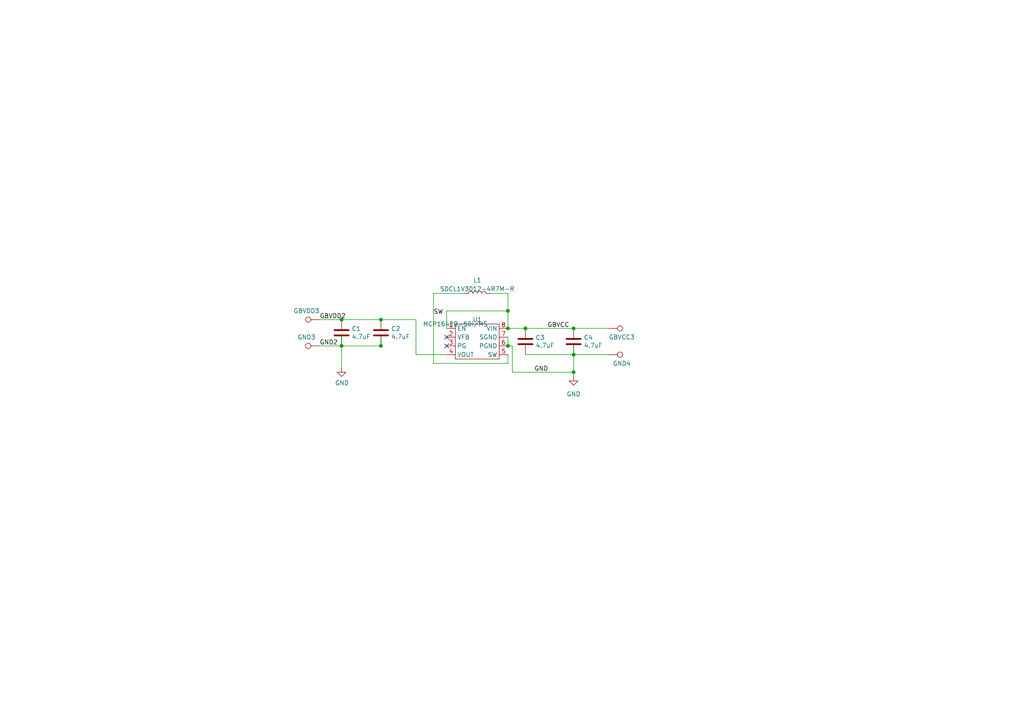
<source format=kicad_sch>
(kicad_sch
	(version 20231120)
	(generator "eeschema")
	(generator_version "8.0")
	(uuid "58101d6f-b627-42f5-ab2a-05bbd018c981")
	(paper "A4")
	(lib_symbols
		(symbol "Connector:TestPoint"
			(pin_numbers hide)
			(pin_names
				(offset 0.762) hide)
			(exclude_from_sim no)
			(in_bom yes)
			(on_board yes)
			(property "Reference" "TP"
				(at 0 6.858 0)
				(effects
					(font
						(size 1.27 1.27)
					)
				)
			)
			(property "Value" "TestPoint"
				(at 0 5.08 0)
				(effects
					(font
						(size 1.27 1.27)
					)
				)
			)
			(property "Footprint" ""
				(at 5.08 0 0)
				(effects
					(font
						(size 1.27 1.27)
					)
					(hide yes)
				)
			)
			(property "Datasheet" "~"
				(at 5.08 0 0)
				(effects
					(font
						(size 1.27 1.27)
					)
					(hide yes)
				)
			)
			(property "Description" "test point"
				(at 0 0 0)
				(effects
					(font
						(size 1.27 1.27)
					)
					(hide yes)
				)
			)
			(property "ki_keywords" "test point tp"
				(at 0 0 0)
				(effects
					(font
						(size 1.27 1.27)
					)
					(hide yes)
				)
			)
			(property "ki_fp_filters" "Pin* Test*"
				(at 0 0 0)
				(effects
					(font
						(size 1.27 1.27)
					)
					(hide yes)
				)
			)
			(symbol "TestPoint_0_1"
				(circle
					(center 0 3.302)
					(radius 0.762)
					(stroke
						(width 0)
						(type default)
					)
					(fill
						(type none)
					)
				)
			)
			(symbol "TestPoint_1_1"
				(pin passive line
					(at 0 0 90)
					(length 2.54)
					(name "1"
						(effects
							(font
								(size 1.27 1.27)
							)
						)
					)
					(number "1"
						(effects
							(font
								(size 1.27 1.27)
							)
						)
					)
				)
			)
		)
		(symbol "Device:C"
			(pin_numbers hide)
			(pin_names
				(offset 0.254)
			)
			(exclude_from_sim no)
			(in_bom yes)
			(on_board yes)
			(property "Reference" "C"
				(at 0.635 2.54 0)
				(effects
					(font
						(size 1.27 1.27)
					)
					(justify left)
				)
			)
			(property "Value" "C"
				(at 0.635 -2.54 0)
				(effects
					(font
						(size 1.27 1.27)
					)
					(justify left)
				)
			)
			(property "Footprint" ""
				(at 0.9652 -3.81 0)
				(effects
					(font
						(size 1.27 1.27)
					)
					(hide yes)
				)
			)
			(property "Datasheet" "~"
				(at 0 0 0)
				(effects
					(font
						(size 1.27 1.27)
					)
					(hide yes)
				)
			)
			(property "Description" "Unpolarized capacitor"
				(at 0 0 0)
				(effects
					(font
						(size 1.27 1.27)
					)
					(hide yes)
				)
			)
			(property "ki_keywords" "cap capacitor"
				(at 0 0 0)
				(effects
					(font
						(size 1.27 1.27)
					)
					(hide yes)
				)
			)
			(property "ki_fp_filters" "C_*"
				(at 0 0 0)
				(effects
					(font
						(size 1.27 1.27)
					)
					(hide yes)
				)
			)
			(symbol "C_0_1"
				(polyline
					(pts
						(xy -2.032 -0.762) (xy 2.032 -0.762)
					)
					(stroke
						(width 0.508)
						(type default)
					)
					(fill
						(type none)
					)
				)
				(polyline
					(pts
						(xy -2.032 0.762) (xy 2.032 0.762)
					)
					(stroke
						(width 0.508)
						(type default)
					)
					(fill
						(type none)
					)
				)
			)
			(symbol "C_1_1"
				(pin passive line
					(at 0 3.81 270)
					(length 2.794)
					(name "~"
						(effects
							(font
								(size 1.27 1.27)
							)
						)
					)
					(number "1"
						(effects
							(font
								(size 1.27 1.27)
							)
						)
					)
				)
				(pin passive line
					(at 0 -3.81 90)
					(length 2.794)
					(name "~"
						(effects
							(font
								(size 1.27 1.27)
							)
						)
					)
					(number "2"
						(effects
							(font
								(size 1.27 1.27)
							)
						)
					)
				)
			)
		)
		(symbol "Device:L"
			(pin_numbers hide)
			(pin_names
				(offset 1.016) hide)
			(exclude_from_sim no)
			(in_bom yes)
			(on_board yes)
			(property "Reference" "L"
				(at -1.27 0 90)
				(effects
					(font
						(size 1.27 1.27)
					)
				)
			)
			(property "Value" "L"
				(at 1.905 0 90)
				(effects
					(font
						(size 1.27 1.27)
					)
				)
			)
			(property "Footprint" ""
				(at 0 0 0)
				(effects
					(font
						(size 1.27 1.27)
					)
					(hide yes)
				)
			)
			(property "Datasheet" "~"
				(at 0 0 0)
				(effects
					(font
						(size 1.27 1.27)
					)
					(hide yes)
				)
			)
			(property "Description" "Inductor"
				(at 0 0 0)
				(effects
					(font
						(size 1.27 1.27)
					)
					(hide yes)
				)
			)
			(property "ki_keywords" "inductor choke coil reactor magnetic"
				(at 0 0 0)
				(effects
					(font
						(size 1.27 1.27)
					)
					(hide yes)
				)
			)
			(property "ki_fp_filters" "Choke_* *Coil* Inductor_* L_*"
				(at 0 0 0)
				(effects
					(font
						(size 1.27 1.27)
					)
					(hide yes)
				)
			)
			(symbol "L_0_1"
				(arc
					(start 0 -2.54)
					(mid 0.6323 -1.905)
					(end 0 -1.27)
					(stroke
						(width 0)
						(type default)
					)
					(fill
						(type none)
					)
				)
				(arc
					(start 0 -1.27)
					(mid 0.6323 -0.635)
					(end 0 0)
					(stroke
						(width 0)
						(type default)
					)
					(fill
						(type none)
					)
				)
				(arc
					(start 0 0)
					(mid 0.6323 0.635)
					(end 0 1.27)
					(stroke
						(width 0)
						(type default)
					)
					(fill
						(type none)
					)
				)
				(arc
					(start 0 1.27)
					(mid 0.6323 1.905)
					(end 0 2.54)
					(stroke
						(width 0)
						(type default)
					)
					(fill
						(type none)
					)
				)
			)
			(symbol "L_1_1"
				(pin passive line
					(at 0 3.81 270)
					(length 1.27)
					(name "1"
						(effects
							(font
								(size 1.27 1.27)
							)
						)
					)
					(number "1"
						(effects
							(font
								(size 1.27 1.27)
							)
						)
					)
				)
				(pin passive line
					(at 0 -3.81 90)
					(length 1.27)
					(name "2"
						(effects
							(font
								(size 1.27 1.27)
							)
						)
					)
					(number "2"
						(effects
							(font
								(size 1.27 1.27)
							)
						)
					)
				)
			)
		)
		(symbol "MCP1642:MCP1642"
			(exclude_from_sim no)
			(in_bom yes)
			(on_board yes)
			(property "Reference" "U"
				(at 5.08 2.54 0)
				(effects
					(font
						(size 1.27 1.27)
					)
				)
			)
			(property "Value" ""
				(at 0 0 0)
				(effects
					(font
						(size 1.27 1.27)
					)
				)
			)
			(property "Footprint" ""
				(at 0 0 0)
				(effects
					(font
						(size 1.27 1.27)
					)
					(hide yes)
				)
			)
			(property "Datasheet" ""
				(at 0 0 0)
				(effects
					(font
						(size 1.27 1.27)
					)
					(hide yes)
				)
			)
			(property "Description" ""
				(at 0 0 0)
				(effects
					(font
						(size 1.27 1.27)
					)
					(hide yes)
				)
			)
			(symbol "MCP1642_0_1"
				(rectangle
					(start 0 0)
					(end 12.7 -10.16)
					(stroke
						(width 0)
						(type default)
					)
					(fill
						(type none)
					)
				)
			)
			(symbol "MCP1642_1_1"
				(pin output line
					(at -2.54 -1.27 0)
					(length 2.54)
					(name "EN"
						(effects
							(font
								(size 1.27 1.27)
							)
						)
					)
					(number "1"
						(effects
							(font
								(size 1.27 1.27)
							)
						)
					)
				)
				(pin output line
					(at -2.54 -3.81 0)
					(length 2.54)
					(name "VFB"
						(effects
							(font
								(size 1.27 1.27)
							)
						)
					)
					(number "2"
						(effects
							(font
								(size 1.27 1.27)
							)
						)
					)
				)
				(pin output line
					(at -2.54 -6.35 0)
					(length 2.54)
					(name "PG"
						(effects
							(font
								(size 1.27 1.27)
							)
						)
					)
					(number "3"
						(effects
							(font
								(size 1.27 1.27)
							)
						)
					)
				)
				(pin output line
					(at -2.54 -8.89 0)
					(length 2.54)
					(name "VOUT"
						(effects
							(font
								(size 1.27 1.27)
							)
						)
					)
					(number "4"
						(effects
							(font
								(size 1.27 1.27)
							)
						)
					)
				)
				(pin output line
					(at 15.24 -8.89 180)
					(length 2.54)
					(name "SW"
						(effects
							(font
								(size 1.27 1.27)
							)
						)
					)
					(number "5"
						(effects
							(font
								(size 1.27 1.27)
							)
						)
					)
				)
				(pin output line
					(at 15.24 -6.35 180)
					(length 2.54)
					(name "PGND"
						(effects
							(font
								(size 1.27 1.27)
							)
						)
					)
					(number "6"
						(effects
							(font
								(size 1.27 1.27)
							)
						)
					)
				)
				(pin output line
					(at 15.24 -3.81 180)
					(length 2.54)
					(name "SGND"
						(effects
							(font
								(size 1.27 1.27)
							)
						)
					)
					(number "7"
						(effects
							(font
								(size 1.27 1.27)
							)
						)
					)
				)
				(pin input line
					(at 15.24 -1.27 180)
					(length 2.54)
					(name "VIN"
						(effects
							(font
								(size 1.27 1.27)
							)
						)
					)
					(number "8"
						(effects
							(font
								(size 1.27 1.27)
							)
						)
					)
				)
			)
		)
		(symbol "power:GND"
			(power)
			(pin_names
				(offset 0)
			)
			(exclude_from_sim no)
			(in_bom yes)
			(on_board yes)
			(property "Reference" "#PWR"
				(at 0 -6.35 0)
				(effects
					(font
						(size 1.27 1.27)
					)
					(hide yes)
				)
			)
			(property "Value" "GND"
				(at 0 -3.81 0)
				(effects
					(font
						(size 1.27 1.27)
					)
				)
			)
			(property "Footprint" ""
				(at 0 0 0)
				(effects
					(font
						(size 1.27 1.27)
					)
					(hide yes)
				)
			)
			(property "Datasheet" ""
				(at 0 0 0)
				(effects
					(font
						(size 1.27 1.27)
					)
					(hide yes)
				)
			)
			(property "Description" "Power symbol creates a global label with name \"GND\" , ground"
				(at 0 0 0)
				(effects
					(font
						(size 1.27 1.27)
					)
					(hide yes)
				)
			)
			(property "ki_keywords" "global power"
				(at 0 0 0)
				(effects
					(font
						(size 1.27 1.27)
					)
					(hide yes)
				)
			)
			(symbol "GND_0_1"
				(polyline
					(pts
						(xy 0 0) (xy 0 -1.27) (xy 1.27 -1.27) (xy 0 -2.54) (xy -1.27 -1.27) (xy 0 -1.27)
					)
					(stroke
						(width 0)
						(type default)
					)
					(fill
						(type none)
					)
				)
			)
			(symbol "GND_1_1"
				(pin power_in line
					(at 0 0 270)
					(length 0) hide
					(name "GND"
						(effects
							(font
								(size 1.27 1.27)
							)
						)
					)
					(number "1"
						(effects
							(font
								(size 1.27 1.27)
							)
						)
					)
				)
			)
		)
	)
	(junction
		(at 99.06 92.71)
		(diameter 0)
		(color 0 0 0 0)
		(uuid "032dc722-de35-459d-8886-f6e8f077b9dc")
	)
	(junction
		(at 147.32 100.33)
		(diameter 0)
		(color 0 0 0 0)
		(uuid "408ecd93-550c-49de-a093-4690c1ff1e67")
	)
	(junction
		(at 110.49 92.71)
		(diameter 0)
		(color 0 0 0 0)
		(uuid "644cc006-0649-4ae1-adf3-56dc9530efff")
	)
	(junction
		(at 147.32 95.25)
		(diameter 0)
		(color 0 0 0 0)
		(uuid "8082a542-e344-4597-afd9-cfdc7bb4b86d")
	)
	(junction
		(at 110.49 100.33)
		(diameter 0)
		(color 0 0 0 0)
		(uuid "967e0d04-0b1f-4f67-af0f-cd217a6c8baa")
	)
	(junction
		(at 152.4 95.25)
		(diameter 0)
		(color 0 0 0 0)
		(uuid "9bef8aa2-6349-4318-8228-9c60116edd4f")
	)
	(junction
		(at 166.37 102.87)
		(diameter 0)
		(color 0 0 0 0)
		(uuid "9ce8029e-80bb-42e5-a3b1-f4f6d5dcc180")
	)
	(junction
		(at 166.37 107.95)
		(diameter 0)
		(color 0 0 0 0)
		(uuid "bdfbd0c8-c514-4c35-b16a-b3f8b2b6024a")
	)
	(junction
		(at 166.37 95.25)
		(diameter 0)
		(color 0 0 0 0)
		(uuid "c53bcd3a-f609-4667-aa89-fd94052344ae")
	)
	(junction
		(at 147.32 90.17)
		(diameter 0)
		(color 0 0 0 0)
		(uuid "e2b09df9-68fc-45c9-8c03-dc753fb83dd2")
	)
	(junction
		(at 99.06 100.33)
		(diameter 0)
		(color 0 0 0 0)
		(uuid "ef82dc80-812f-462b-9d1c-9417adf7c41e")
	)
	(no_connect
		(at 129.54 100.33)
		(uuid "24558243-e2dd-4d4a-9419-6f7c6b5cd7aa")
	)
	(no_connect
		(at 129.54 97.79)
		(uuid "dfcb98c6-a1aa-414f-8639-04cf5e3d84cf")
	)
	(wire
		(pts
			(xy 147.32 85.09) (xy 147.32 90.17)
		)
		(stroke
			(width 0)
			(type default)
		)
		(uuid "0475b886-77fd-41ba-8ba8-668a2ecde9e8")
	)
	(wire
		(pts
			(xy 110.49 97.79) (xy 110.49 100.33)
		)
		(stroke
			(width 0)
			(type default)
		)
		(uuid "06a6ec2f-f41f-4445-a034-c9c48e28d744")
	)
	(wire
		(pts
			(xy 92.71 100.33) (xy 99.06 100.33)
		)
		(stroke
			(width 0)
			(type default)
		)
		(uuid "0daa424a-effe-40bc-a867-da2559ebd791")
	)
	(wire
		(pts
			(xy 99.06 97.79) (xy 99.06 100.33)
		)
		(stroke
			(width 0)
			(type default)
		)
		(uuid "16ccf09e-aa46-43c0-beaf-aa03d4b37307")
	)
	(wire
		(pts
			(xy 166.37 107.95) (xy 166.37 109.22)
		)
		(stroke
			(width 0)
			(type default)
		)
		(uuid "191e23bd-b6b0-4aa5-adf0-106aeec6db58")
	)
	(wire
		(pts
			(xy 152.4 102.87) (xy 166.37 102.87)
		)
		(stroke
			(width 0)
			(type default)
		)
		(uuid "249ccc0b-e66d-4a69-bdaa-9938c8363cf6")
	)
	(wire
		(pts
			(xy 148.59 100.33) (xy 148.59 107.95)
		)
		(stroke
			(width 0)
			(type default)
		)
		(uuid "2ff6d91b-9729-4842-922c-c1d3f62e6dc8")
	)
	(wire
		(pts
			(xy 120.65 102.87) (xy 120.65 92.71)
		)
		(stroke
			(width 0)
			(type default)
		)
		(uuid "3148f6bd-bde3-4a9c-aa01-5e5fb8630b5c")
	)
	(wire
		(pts
			(xy 147.32 90.17) (xy 129.54 90.17)
		)
		(stroke
			(width 0)
			(type default)
		)
		(uuid "368910ab-12d0-4a2f-9b32-a44df2590943")
	)
	(wire
		(pts
			(xy 166.37 102.87) (xy 176.53 102.87)
		)
		(stroke
			(width 0)
			(type default)
		)
		(uuid "3723eee7-6ac6-4b7a-832b-1dd078aa213d")
	)
	(wire
		(pts
			(xy 152.4 95.25) (xy 147.32 95.25)
		)
		(stroke
			(width 0)
			(type default)
		)
		(uuid "46000e22-134d-40bf-a516-35606cdebb22")
	)
	(wire
		(pts
			(xy 99.06 100.33) (xy 110.49 100.33)
		)
		(stroke
			(width 0)
			(type default)
		)
		(uuid "4c139286-88bc-4d70-bc01-0a6ee0073800")
	)
	(wire
		(pts
			(xy 147.32 105.41) (xy 125.73 105.41)
		)
		(stroke
			(width 0)
			(type default)
		)
		(uuid "4d410d6c-feed-46eb-baf8-ab4e6b10a8b7")
	)
	(wire
		(pts
			(xy 147.32 102.87) (xy 147.32 105.41)
		)
		(stroke
			(width 0)
			(type default)
		)
		(uuid "55fb8db1-7b23-4b1d-8593-0c96f9f77e8e")
	)
	(wire
		(pts
			(xy 120.65 102.87) (xy 129.54 102.87)
		)
		(stroke
			(width 0)
			(type default)
		)
		(uuid "69c7e307-3343-4166-aa62-49886c9aa91f")
	)
	(wire
		(pts
			(xy 142.24 85.09) (xy 147.32 85.09)
		)
		(stroke
			(width 0)
			(type default)
		)
		(uuid "6b1a7832-bfb3-4c7e-b5ce-99e68392949c")
	)
	(wire
		(pts
			(xy 99.06 100.33) (xy 99.06 106.68)
		)
		(stroke
			(width 0)
			(type default)
		)
		(uuid "71ebf913-0adc-47a1-b219-90abfdb61832")
	)
	(wire
		(pts
			(xy 92.71 92.71) (xy 99.06 92.71)
		)
		(stroke
			(width 0)
			(type default)
		)
		(uuid "866ecd6c-6ade-45d6-a35d-4e7208a59e48")
	)
	(wire
		(pts
			(xy 147.32 100.33) (xy 148.59 100.33)
		)
		(stroke
			(width 0)
			(type default)
		)
		(uuid "91b34994-a578-4c99-9a83-674bf6a1232b")
	)
	(wire
		(pts
			(xy 110.49 92.71) (xy 120.65 92.71)
		)
		(stroke
			(width 0)
			(type default)
		)
		(uuid "97daec1e-0df0-47f1-b146-93cf00505097")
	)
	(wire
		(pts
			(xy 152.4 95.25) (xy 166.37 95.25)
		)
		(stroke
			(width 0)
			(type default)
		)
		(uuid "a84577cc-aecf-4862-82e1-ecb75187d723")
	)
	(wire
		(pts
			(xy 148.59 107.95) (xy 166.37 107.95)
		)
		(stroke
			(width 0)
			(type default)
		)
		(uuid "af754741-f100-4814-8d88-14f0918ea312")
	)
	(wire
		(pts
			(xy 166.37 95.25) (xy 176.53 95.25)
		)
		(stroke
			(width 0)
			(type default)
		)
		(uuid "bcf5dd90-fb1c-4284-bb3c-af0976e5019b")
	)
	(wire
		(pts
			(xy 147.32 97.79) (xy 147.32 100.33)
		)
		(stroke
			(width 0)
			(type default)
		)
		(uuid "bdf4101f-3396-4200-9cb5-99ba2951cd54")
	)
	(wire
		(pts
			(xy 125.73 85.09) (xy 125.73 105.41)
		)
		(stroke
			(width 0)
			(type default)
		)
		(uuid "c9407a5d-4e87-489d-9433-5bd309ad8956")
	)
	(wire
		(pts
			(xy 99.06 92.71) (xy 110.49 92.71)
		)
		(stroke
			(width 0)
			(type default)
		)
		(uuid "d441b71f-2fc7-4663-a369-cb1370318672")
	)
	(wire
		(pts
			(xy 125.73 85.09) (xy 134.62 85.09)
		)
		(stroke
			(width 0)
			(type default)
		)
		(uuid "de664bd3-c3e5-4631-9027-88543dd8cc2d")
	)
	(wire
		(pts
			(xy 147.32 90.17) (xy 147.32 95.25)
		)
		(stroke
			(width 0)
			(type default)
		)
		(uuid "e5b12d70-6021-4dd6-b0b4-1729a75d38b4")
	)
	(wire
		(pts
			(xy 166.37 100.33) (xy 166.37 102.87)
		)
		(stroke
			(width 0)
			(type default)
		)
		(uuid "f5df3ad3-ca44-4a47-807b-b97fe05ff7f2")
	)
	(wire
		(pts
			(xy 166.37 102.87) (xy 166.37 107.95)
		)
		(stroke
			(width 0)
			(type default)
		)
		(uuid "f878e33e-4482-4b4d-a5f0-3180c26c9ee8")
	)
	(wire
		(pts
			(xy 129.54 90.17) (xy 129.54 95.25)
		)
		(stroke
			(width 0)
			(type default)
		)
		(uuid "ffd16363-96a0-476e-9711-da1705a2d995")
	)
	(label "SW"
		(at 125.73 91.44 0)
		(fields_autoplaced yes)
		(effects
			(font
				(size 1.27 1.27)
			)
			(justify left bottom)
		)
		(uuid "4bd3576b-221f-4006-8483-e4495c590be8")
		(property "SW" ""
			(at 119.38 93.98 0)
			(effects
				(font
					(size 1.27 1.27)
					(italic yes)
				)
				(justify left)
			)
		)
	)
	(label "GND"
		(at 154.94 107.95 0)
		(fields_autoplaced yes)
		(effects
			(font
				(size 1.27 1.27)
			)
			(justify left bottom)
		)
		(uuid "7232d644-2f86-4a3d-af17-b2969d312391")
		(property "GND" ""
			(at 154.94 109.22 0)
			(effects
				(font
					(size 1.27 1.27)
					(italic yes)
				)
				(justify left)
			)
		)
	)
	(label "GND2"
		(at 92.71 100.33 0)
		(fields_autoplaced yes)
		(effects
			(font
				(size 1.27 1.27)
			)
			(justify left bottom)
		)
		(uuid "d14a753d-e34d-41ed-9994-37bffdf6c538")
		(property "GND" ""
			(at 92.71 101.6 0)
			(effects
				(font
					(size 1.27 1.27)
					(italic yes)
				)
				(justify left)
			)
		)
	)
	(label "GBVDD2"
		(at 92.71 92.71 0)
		(fields_autoplaced yes)
		(effects
			(font
				(size 1.27 1.27)
			)
			(justify left bottom)
		)
		(uuid "eb968286-f959-44b5-b899-6d35664322ae")
		(property "GBVDD" ""
			(at 92.71 93.98 0)
			(effects
				(font
					(size 1.27 1.27)
					(italic yes)
				)
				(justify left)
			)
		)
	)
	(label "GBVCC"
		(at 158.75 95.25 0)
		(fields_autoplaced yes)
		(effects
			(font
				(size 1.27 1.27)
			)
			(justify left bottom)
		)
		(uuid "f0bc3555-c73b-42f8-9194-4e431265e4f9")
		(property "GBVCC" ""
			(at 158.75 96.52 0)
			(effects
				(font
					(size 1.27 1.27)
					(italic yes)
				)
				(justify left)
			)
		)
	)
	(symbol
		(lib_id "power:GND")
		(at 99.06 106.68 0)
		(unit 1)
		(exclude_from_sim no)
		(in_bom yes)
		(on_board yes)
		(dnp no)
		(uuid "097a71d6-d626-41cf-b8e4-0193cb33b8b3")
		(property "Reference" "#PWR02"
			(at 99.06 113.03 0)
			(effects
				(font
					(size 1.27 1.27)
				)
				(hide yes)
			)
		)
		(property "Value" "GND"
			(at 99.187 111.0742 0)
			(effects
				(font
					(size 1.27 1.27)
				)
			)
		)
		(property "Footprint" ""
			(at 99.06 106.68 0)
			(effects
				(font
					(size 1.27 1.27)
				)
				(hide yes)
			)
		)
		(property "Datasheet" ""
			(at 99.06 106.68 0)
			(effects
				(font
					(size 1.27 1.27)
				)
				(hide yes)
			)
		)
		(property "Description" ""
			(at 99.06 106.68 0)
			(effects
				(font
					(size 1.27 1.27)
				)
				(hide yes)
			)
		)
		(pin "1"
			(uuid "5bd560cb-82f0-4dcb-a4ff-65be263357ff")
		)
		(instances
			(project "SGR"
				(path "/58101d6f-b627-42f5-ab2a-05bbd018c981"
					(reference "#PWR02")
					(unit 1)
				)
			)
			(project "MCP1642 Eval Board"
				(path "/8534c279-c370-4209-890e-277562d9bca0"
					(reference "#PWR02")
					(unit 1)
				)
			)
		)
	)
	(symbol
		(lib_id "power:GND")
		(at 166.37 109.22 0)
		(unit 1)
		(exclude_from_sim no)
		(in_bom yes)
		(on_board yes)
		(dnp no)
		(fields_autoplaced yes)
		(uuid "161e6af6-9083-4cc4-b76b-420177659516")
		(property "Reference" "#PWR01"
			(at 166.37 115.57 0)
			(effects
				(font
					(size 1.27 1.27)
				)
				(hide yes)
			)
		)
		(property "Value" "GND"
			(at 166.37 114.3 0)
			(effects
				(font
					(size 1.27 1.27)
				)
			)
		)
		(property "Footprint" ""
			(at 166.37 109.22 0)
			(effects
				(font
					(size 1.27 1.27)
				)
				(hide yes)
			)
		)
		(property "Datasheet" ""
			(at 166.37 109.22 0)
			(effects
				(font
					(size 1.27 1.27)
				)
				(hide yes)
			)
		)
		(property "Description" ""
			(at 166.37 109.22 0)
			(effects
				(font
					(size 1.27 1.27)
				)
				(hide yes)
			)
		)
		(pin "1"
			(uuid "dd5fb96e-b06c-4b15-8b21-0cab64d679d0")
		)
		(instances
			(project "SGR"
				(path "/58101d6f-b627-42f5-ab2a-05bbd018c981"
					(reference "#PWR01")
					(unit 1)
				)
			)
		)
	)
	(symbol
		(lib_id "Device:L")
		(at 138.43 85.09 90)
		(unit 1)
		(exclude_from_sim no)
		(in_bom yes)
		(on_board yes)
		(dnp no)
		(uuid "2425d412-527f-4029-839c-29d1c857ec96")
		(property "Reference" "L1"
			(at 138.43 81.28 90)
			(effects
				(font
					(size 1.27 1.27)
				)
			)
		)
		(property "Value" "SDCL1V3012-4R7M-R"
			(at 138.43 83.82 90)
			(effects
				(font
					(size 1.27 1.27)
				)
			)
		)
		(property "Footprint" "KiCad_Foot:INDUCTOR3x3"
			(at 138.43 85.09 0)
			(effects
				(font
					(size 1.27 1.27)
				)
				(hide yes)
			)
		)
		(property "Datasheet" "https://www.eaton.com/content/dam/eaton/products/electronic-components/resources/data-sheet/eaton-sdcl1v30-semi-shielded-smt-power-inductor-data-sheet-elx1031-en.pdf"
			(at 138.43 85.09 0)
			(effects
				(font
					(size 1.27 1.27)
				)
				(hide yes)
			)
		)
		(property "Description" ""
			(at 138.43 85.09 0)
			(effects
				(font
					(size 1.27 1.27)
				)
				(hide yes)
			)
		)
		(pin "1"
			(uuid "416d5adb-b27b-4de4-95f2-ae1ef1314177")
		)
		(pin "2"
			(uuid "c7346665-f38c-4c27-8576-497414cfbcae")
		)
		(instances
			(project "SGR"
				(path "/58101d6f-b627-42f5-ab2a-05bbd018c981"
					(reference "L1")
					(unit 1)
				)
			)
		)
	)
	(symbol
		(lib_id "Device:C")
		(at 166.37 99.06 0)
		(unit 1)
		(exclude_from_sim no)
		(in_bom yes)
		(on_board yes)
		(dnp no)
		(uuid "30bfea25-1901-47c4-b3f0-de809af5b328")
		(property "Reference" "C4"
			(at 169.291 97.8916 0)
			(effects
				(font
					(size 1.27 1.27)
				)
				(justify left)
			)
		)
		(property "Value" "4.7uF"
			(at 169.291 100.203 0)
			(effects
				(font
					(size 1.27 1.27)
				)
				(justify left)
			)
		)
		(property "Footprint" "Capacitor_SMD:C_0805_2012Metric"
			(at 167.3352 102.87 0)
			(effects
				(font
					(size 1.27 1.27)
				)
				(hide yes)
			)
		)
		(property "Datasheet" "~"
			(at 166.37 99.06 0)
			(effects
				(font
					(size 1.27 1.27)
				)
				(hide yes)
			)
		)
		(property "Description" ""
			(at 166.37 99.06 0)
			(effects
				(font
					(size 1.27 1.27)
				)
				(hide yes)
			)
		)
		(property "Manufacturer" "GRM21BR71C475KE51L"
			(at 166.37 99.06 0)
			(effects
				(font
					(size 1.27 1.27)
				)
				(hide yes)
			)
		)
		(property "Mouser" "81-GRM21BR71C475KE1L"
			(at 166.37 99.06 0)
			(effects
				(font
					(size 1.27 1.27)
				)
				(hide yes)
			)
		)
		(pin "1"
			(uuid "d6defe94-fe58-44d4-b119-e6d1d2492430")
		)
		(pin "2"
			(uuid "b47dd645-5870-4d8a-9f33-1eb55bead7a2")
		)
		(instances
			(project "SGR"
				(path "/58101d6f-b627-42f5-ab2a-05bbd018c981"
					(reference "C4")
					(unit 1)
				)
			)
			(project "MCP1642 Eval Board"
				(path "/8534c279-c370-4209-890e-277562d9bca0"
					(reference "C2")
					(unit 1)
				)
			)
		)
	)
	(symbol
		(lib_id "Device:C")
		(at 99.06 96.52 0)
		(unit 1)
		(exclude_from_sim no)
		(in_bom yes)
		(on_board yes)
		(dnp no)
		(uuid "3f082cae-74a6-4bf0-b56a-bba54b770da6")
		(property "Reference" "C1"
			(at 101.981 95.3516 0)
			(effects
				(font
					(size 1.27 1.27)
				)
				(justify left)
			)
		)
		(property "Value" "4.7uF"
			(at 101.981 97.663 0)
			(effects
				(font
					(size 1.27 1.27)
				)
				(justify left)
			)
		)
		(property "Footprint" "Capacitor_SMD:C_0805_2012Metric"
			(at 100.0252 100.33 0)
			(effects
				(font
					(size 1.27 1.27)
				)
				(hide yes)
			)
		)
		(property "Datasheet" "~"
			(at 99.06 96.52 0)
			(effects
				(font
					(size 1.27 1.27)
				)
				(hide yes)
			)
		)
		(property "Description" ""
			(at 99.06 96.52 0)
			(effects
				(font
					(size 1.27 1.27)
				)
				(hide yes)
			)
		)
		(property "Manufacturer" "GRM21BR71C475KE51L"
			(at 2.54 187.96 0)
			(effects
				(font
					(size 1.27 1.27)
				)
				(hide yes)
			)
		)
		(property "Mouser" "81-GRM21BR71C475KE1L"
			(at 2.54 187.96 0)
			(effects
				(font
					(size 1.27 1.27)
				)
				(hide yes)
			)
		)
		(pin "1"
			(uuid "ce7500f2-5684-4a76-afb4-1dbd2cdba1d9")
		)
		(pin "2"
			(uuid "30265052-12a6-4633-bd99-168c61efb419")
		)
		(instances
			(project "SGR"
				(path "/58101d6f-b627-42f5-ab2a-05bbd018c981"
					(reference "C1")
					(unit 1)
				)
			)
			(project "MCP1642 Eval Board"
				(path "/8534c279-c370-4209-890e-277562d9bca0"
					(reference "C1")
					(unit 1)
				)
			)
		)
	)
	(symbol
		(lib_id "Device:C")
		(at 152.4 99.06 0)
		(unit 1)
		(exclude_from_sim no)
		(in_bom yes)
		(on_board yes)
		(dnp no)
		(uuid "578a6fff-e0bd-45c1-8937-3eb010063edc")
		(property "Reference" "C3"
			(at 155.321 97.8916 0)
			(effects
				(font
					(size 1.27 1.27)
				)
				(justify left)
			)
		)
		(property "Value" "4.7uF"
			(at 155.321 100.203 0)
			(effects
				(font
					(size 1.27 1.27)
				)
				(justify left)
			)
		)
		(property "Footprint" "Capacitor_SMD:C_0805_2012Metric"
			(at 153.3652 102.87 0)
			(effects
				(font
					(size 1.27 1.27)
				)
				(hide yes)
			)
		)
		(property "Datasheet" "~"
			(at 152.4 99.06 0)
			(effects
				(font
					(size 1.27 1.27)
				)
				(hide yes)
			)
		)
		(property "Description" ""
			(at 152.4 99.06 0)
			(effects
				(font
					(size 1.27 1.27)
				)
				(hide yes)
			)
		)
		(property "Manufacturer" "GRM21BR71C475KE51L"
			(at 55.88 190.5 0)
			(effects
				(font
					(size 1.27 1.27)
				)
				(hide yes)
			)
		)
		(property "Mouser" "81-GRM21BR71C475KE1L"
			(at 55.88 190.5 0)
			(effects
				(font
					(size 1.27 1.27)
				)
				(hide yes)
			)
		)
		(pin "1"
			(uuid "bf7c5966-c265-4d87-9107-e6e63b053158")
		)
		(pin "2"
			(uuid "fee37f7b-85ed-42e1-ab76-909ddb36afa6")
		)
		(instances
			(project "SGR"
				(path "/58101d6f-b627-42f5-ab2a-05bbd018c981"
					(reference "C3")
					(unit 1)
				)
			)
			(project "MCP1642 Eval Board"
				(path "/8534c279-c370-4209-890e-277562d9bca0"
					(reference "C1")
					(unit 1)
				)
			)
		)
	)
	(symbol
		(lib_id "Connector:TestPoint")
		(at 176.53 95.25 270)
		(unit 1)
		(exclude_from_sim no)
		(in_bom yes)
		(on_board yes)
		(dnp no)
		(uuid "6c485100-9112-43ab-b196-983e4f309385")
		(property "Reference" "GBVCC3"
			(at 180.34 97.79 90)
			(effects
				(font
					(size 1.27 1.27)
				)
			)
		)
		(property "Value" "~"
			(at 179.832 97.79 90)
			(effects
				(font
					(size 1.27 1.27)
				)
				(hide yes)
			)
		)
		(property "Footprint" "KiCad_Foot:Hole"
			(at 176.53 100.33 0)
			(effects
				(font
					(size 1.27 1.27)
				)
				(hide yes)
			)
		)
		(property "Datasheet" "~"
			(at 176.53 100.33 0)
			(effects
				(font
					(size 1.27 1.27)
				)
				(hide yes)
			)
		)
		(property "Description" ""
			(at 176.53 95.25 0)
			(effects
				(font
					(size 1.27 1.27)
				)
				(hide yes)
			)
		)
		(pin "1"
			(uuid "ab2505ee-cfc2-4871-9bcb-49802b2b164e")
		)
		(instances
			(project "SGR"
				(path "/58101d6f-b627-42f5-ab2a-05bbd018c981"
					(reference "GBVCC3")
					(unit 1)
				)
			)
		)
	)
	(symbol
		(lib_id "Connector:TestPoint")
		(at 176.53 102.87 270)
		(unit 1)
		(exclude_from_sim no)
		(in_bom yes)
		(on_board yes)
		(dnp no)
		(uuid "8d1cece4-b1db-4f5e-8ee0-b65e57acb2dc")
		(property "Reference" "GND4"
			(at 180.34 105.41 90)
			(effects
				(font
					(size 1.27 1.27)
				)
			)
		)
		(property "Value" "~"
			(at 179.832 105.41 90)
			(effects
				(font
					(size 1.27 1.27)
				)
				(hide yes)
			)
		)
		(property "Footprint" "KiCad_Foot:Hole"
			(at 176.53 107.95 0)
			(effects
				(font
					(size 1.27 1.27)
				)
				(hide yes)
			)
		)
		(property "Datasheet" "~"
			(at 176.53 107.95 0)
			(effects
				(font
					(size 1.27 1.27)
				)
				(hide yes)
			)
		)
		(property "Description" ""
			(at 176.53 102.87 0)
			(effects
				(font
					(size 1.27 1.27)
				)
				(hide yes)
			)
		)
		(pin "1"
			(uuid "76cf273a-5ef7-4135-8302-414d9d1f529d")
		)
		(instances
			(project "SGR"
				(path "/58101d6f-b627-42f5-ab2a-05bbd018c981"
					(reference "GND4")
					(unit 1)
				)
			)
		)
	)
	(symbol
		(lib_id "MCP1642:MCP1642")
		(at 132.08 93.98 0)
		(unit 1)
		(exclude_from_sim no)
		(in_bom yes)
		(on_board yes)
		(dnp no)
		(fields_autoplaced yes)
		(uuid "a257fadb-ee7c-4b0e-9d6a-e89388b699d0")
		(property "Reference" "U1"
			(at 138.43 92.71 0)
			(effects
				(font
					(size 1.27 1.27)
				)
			)
		)
		(property "Value" "MCP1642B-50I/MS"
			(at 132.08 93.98 0)
			(effects
				(font
					(size 1.27 1.27)
				)
			)
		)
		(property "Footprint" "Package_SO:MSOP-8_3x3mm_P0.65mm"
			(at 132.08 93.98 0)
			(effects
				(font
					(size 1.27 1.27)
				)
				(hide yes)
			)
		)
		(property "Datasheet" "https://ww1.microchip.com/downloads/aemDocuments/documents/OTH/ProductDocuments/DataSheets/20005253A.pdf"
			(at 132.08 93.98 0)
			(effects
				(font
					(size 1.27 1.27)
				)
				(hide yes)
			)
		)
		(property "Description" ""
			(at 132.08 93.98 0)
			(effects
				(font
					(size 1.27 1.27)
				)
				(hide yes)
			)
		)
		(pin "1"
			(uuid "23e797ab-568c-4d97-bc3f-bfd5381d01e8")
		)
		(pin "2"
			(uuid "aa45a486-c915-4cb2-b4f7-5bcb510cab14")
		)
		(pin "3"
			(uuid "ca8b8c03-8372-4b95-ada6-7a4f565c678a")
		)
		(pin "4"
			(uuid "821be7d1-54c0-4eca-a29c-8d36c2f18eed")
		)
		(pin "5"
			(uuid "56e9ccb5-2c74-46a5-8672-d825b261dd77")
		)
		(pin "6"
			(uuid "3a6b87b5-66b6-477a-9e4a-4fa0bfff959a")
		)
		(pin "7"
			(uuid "103e4452-e0ed-4fc2-a6e6-e8c4fc1c811d")
		)
		(pin "8"
			(uuid "60b4cdc0-6c17-4c28-b88a-c578ba681346")
		)
		(instances
			(project "SGR"
				(path "/58101d6f-b627-42f5-ab2a-05bbd018c981"
					(reference "U1")
					(unit 1)
				)
			)
		)
	)
	(symbol
		(lib_id "Device:C")
		(at 110.49 96.52 0)
		(unit 1)
		(exclude_from_sim no)
		(in_bom yes)
		(on_board yes)
		(dnp no)
		(uuid "bc932fca-3285-4e9e-bffd-d40dbecaa609")
		(property "Reference" "C2"
			(at 113.411 95.3516 0)
			(effects
				(font
					(size 1.27 1.27)
				)
				(justify left)
			)
		)
		(property "Value" "4.7uF"
			(at 113.411 97.663 0)
			(effects
				(font
					(size 1.27 1.27)
				)
				(justify left)
			)
		)
		(property "Footprint" "Capacitor_SMD:C_0805_2012Metric"
			(at 111.4552 100.33 0)
			(effects
				(font
					(size 1.27 1.27)
				)
				(hide yes)
			)
		)
		(property "Datasheet" "~"
			(at 110.49 96.52 0)
			(effects
				(font
					(size 1.27 1.27)
				)
				(hide yes)
			)
		)
		(property "Description" ""
			(at 110.49 96.52 0)
			(effects
				(font
					(size 1.27 1.27)
				)
				(hide yes)
			)
		)
		(property "Manufacturer" "GRM21BR71C475KE51L"
			(at 13.97 187.96 0)
			(effects
				(font
					(size 1.27 1.27)
				)
				(hide yes)
			)
		)
		(property "Mouser" "81-GRM21BR71C475KE1L"
			(at 13.97 187.96 0)
			(effects
				(font
					(size 1.27 1.27)
				)
				(hide yes)
			)
		)
		(pin "1"
			(uuid "021a4de5-04a8-4e64-af52-e18c505183d2")
		)
		(pin "2"
			(uuid "e157a063-3b75-4071-8173-c6f173ac9262")
		)
		(instances
			(project "SGR"
				(path "/58101d6f-b627-42f5-ab2a-05bbd018c981"
					(reference "C2")
					(unit 1)
				)
			)
			(project "MCP1642 Eval Board"
				(path "/8534c279-c370-4209-890e-277562d9bca0"
					(reference "C1")
					(unit 1)
				)
			)
		)
	)
	(symbol
		(lib_id "Connector:TestPoint")
		(at 92.71 92.71 90)
		(unit 1)
		(exclude_from_sim no)
		(in_bom yes)
		(on_board yes)
		(dnp no)
		(uuid "e382a7e5-911e-4905-964e-7be962b38f55")
		(property "Reference" "GBVDD3"
			(at 88.9 90.17 90)
			(effects
				(font
					(size 1.27 1.27)
				)
			)
		)
		(property "Value" "~"
			(at 89.408 90.17 90)
			(effects
				(font
					(size 1.27 1.27)
				)
				(hide yes)
			)
		)
		(property "Footprint" "KiCad_Foot:Hole"
			(at 92.71 87.63 0)
			(effects
				(font
					(size 1.27 1.27)
				)
				(hide yes)
			)
		)
		(property "Datasheet" "~"
			(at 92.71 87.63 0)
			(effects
				(font
					(size 1.27 1.27)
				)
				(hide yes)
			)
		)
		(property "Description" ""
			(at 92.71 92.71 0)
			(effects
				(font
					(size 1.27 1.27)
				)
				(hide yes)
			)
		)
		(pin "1"
			(uuid "310e09ee-1157-40f7-931e-d30f9331c4b6")
		)
		(instances
			(project "SGR"
				(path "/58101d6f-b627-42f5-ab2a-05bbd018c981"
					(reference "GBVDD3")
					(unit 1)
				)
			)
		)
	)
	(symbol
		(lib_id "Connector:TestPoint")
		(at 92.71 100.33 90)
		(unit 1)
		(exclude_from_sim no)
		(in_bom yes)
		(on_board yes)
		(dnp no)
		(uuid "f3264173-583b-46e7-9ec9-c4a7c1c42402")
		(property "Reference" "GND3"
			(at 88.9 97.79 90)
			(effects
				(font
					(size 1.27 1.27)
				)
			)
		)
		(property "Value" "~"
			(at 89.408 97.79 90)
			(effects
				(font
					(size 1.27 1.27)
				)
				(hide yes)
			)
		)
		(property "Footprint" "KiCad_Foot:Hole"
			(at 92.71 95.25 0)
			(effects
				(font
					(size 1.27 1.27)
				)
				(hide yes)
			)
		)
		(property "Datasheet" "~"
			(at 92.71 95.25 0)
			(effects
				(font
					(size 1.27 1.27)
				)
				(hide yes)
			)
		)
		(property "Description" ""
			(at 92.71 100.33 0)
			(effects
				(font
					(size 1.27 1.27)
				)
				(hide yes)
			)
		)
		(pin "1"
			(uuid "fed854f9-8a95-40a9-99dd-e223af509e98")
		)
		(instances
			(project "SGR"
				(path "/58101d6f-b627-42f5-ab2a-05bbd018c981"
					(reference "GND3")
					(unit 1)
				)
			)
		)
	)
	(sheet_instances
		(path "/"
			(page "1")
		)
	)
)

</source>
